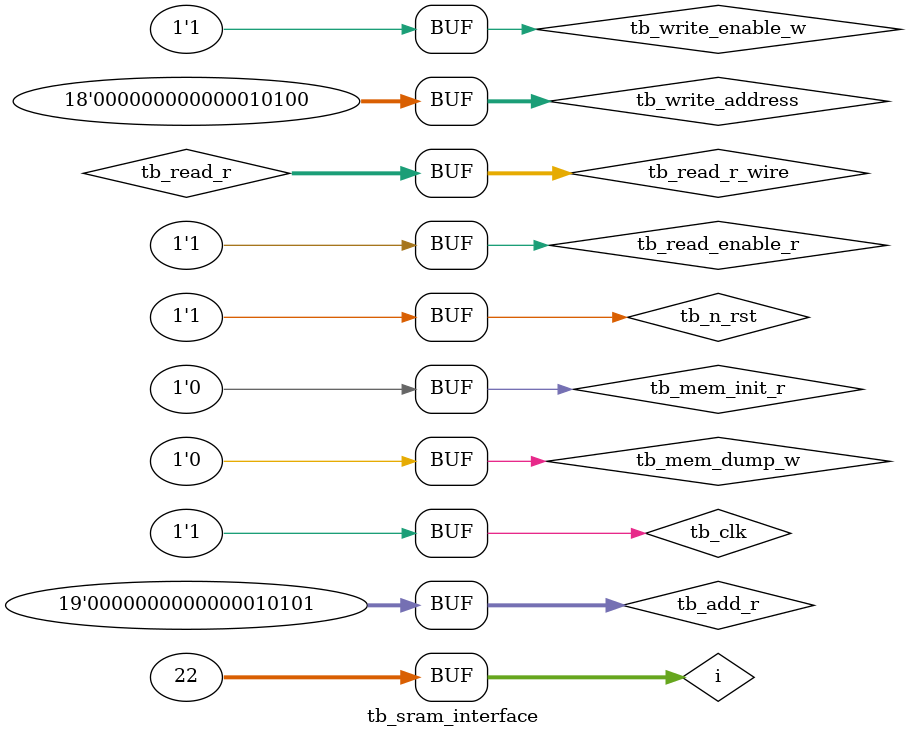
<source format=sv>

	`timescale 1 ns/1 ns
	module tb_sram_interface ();

   // Constant parameters
   localparam CLK_PERIOD = 10;    //100 MHZ clock

		// Generic 
		reg tb_clk;
		reg tb_n_rst;   
		reg tb_start;
		reg [3:0] tb_to_add;

		// Read SRAM
		reg tb_read_enable_r;
		reg tb_mem_init_r;
		reg [18:0] tb_add_r;
		wire [7:0] tb_read_r;
		wire [7:0] tb_read_r_wire;
		assign tb_read_r_wire = (tb_read_enable_r == 1) ? tb_read_r : 16'hz;

		// For write SRAM
		reg tb_write_enable_w;
		reg tb_mem_dump_w;
		reg [17:0] tb_write_address;
		reg [7:0] tb_write_data;
		wire [7:0] tb_write_data_wire;
		assign tb_write_data_wire = (tb_write_enable_w == 1) ? tb_write_data : 16'hz;

		integer i;

	sram_interface dut
	(

		.read_data(tb_read_r),

		.write_data(tb_write_data)
	);

	off_chip_sram_write instance_write
	(
		.mem_clr(!tb_n_rst),
		.mem_init(1'b0),
		.mem_dump(tb_mem_dump_w),
		.verbose(1'b0),
		.init_file_number(1'b0),
		.dump_file_number(1'b0),
		.start_address(1'b0),
		.last_address(21),
		.read_enable(1'b0),
		.write_enable(tb_write_enable_w),
		.address(tb_write_address),
		.data(tb_write_data_wire)
	);

	off_chip_sram_read instance_read
	(
		.mem_clr(1'b0),
		.mem_init(tb_mem_init_r),
		.mem_dump(1'b0),
		.verbose(1'b0),
		.init_file_number(1'b0),
		.dump_file_number(1'b0),
		.start_address(1'b0),
		.last_address(21),
		.read_enable(tb_read_enable_r),
		.write_enable(1'b0),
		.address(tb_add_r),
		.data(tb_read_r)
	);

   // Generate tb_clk
   always begin
      tb_clk = 1'b0;
      #(CLK_PERIOD/2);
      tb_clk = 1'b1;
      #(CLK_PERIOD/2);
   end

	// Test code
	initial begin: TEST_BENCH

	tb_write_enable_w = 1'b0;
	tb_read_enable_r = 1'b0;

	// Reset system
	tb_n_rst = 1'b0;
	#CLK_PERIOD;
	tb_n_rst = 1'b1;
	#CLK_PERIOD;
	#CLK_PERIOD;
	
	tb_mem_init_r = 1'b0;
	#(CLK_PERIOD);
	tb_mem_init_r = 1'b1;
	#(CLK_PERIOD);
	#(CLK_PERIOD);
	tb_mem_init_r = 1'b0;
	#(CLK_PERIOD);
	#(CLK_PERIOD);

	tb_write_enable_w = 1'b1;
	tb_read_enable_r = 1'b1;

	// Read in 20 values 
	for (i = 1; i <= 21; i = i + 1) begin
		tb_add_r = i;
		tb_write_address = i-1;
		#(CLK_PERIOD);
	end

	// Dump data to output file
	tb_mem_dump_w = 1'b1;
	#CLK_PERIOD;
	tb_mem_dump_w = 1'b0;

	$display("Memory Dumped!");

	end

endmodule

</source>
